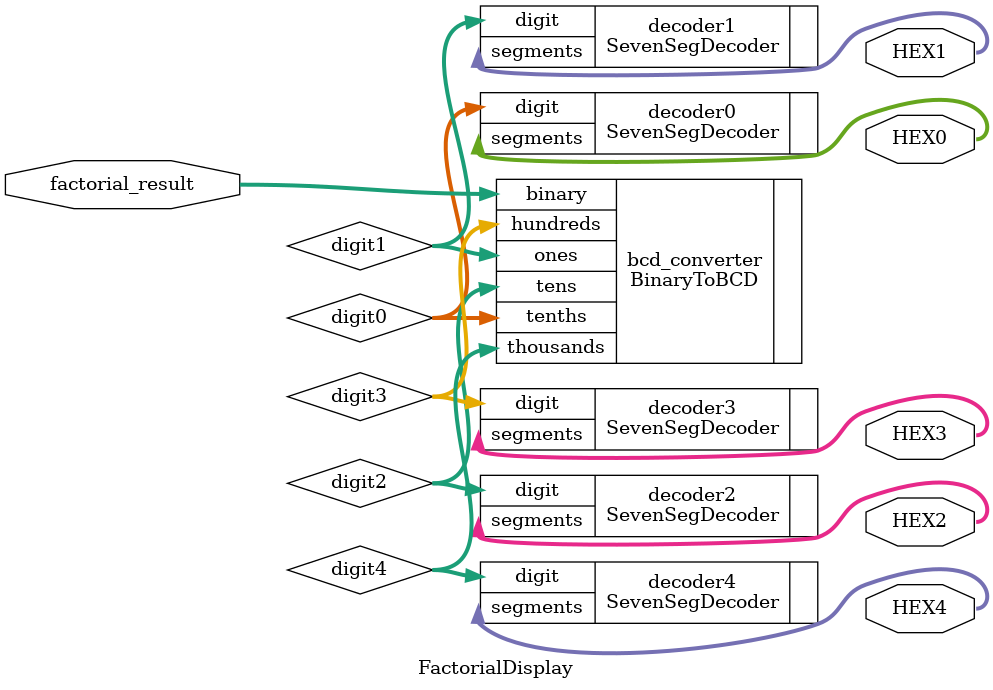
<source format=v>
module FactorialDisplay (
    input [15:0] factorial_result,  // Kết quả tính giai thừa (dạng thập phân 16 bit)
    output [6:0] HEX0,              // LED 7 đoạn cho hàng đơn vị
    output [6:0] HEX1,              // LED 7 đoạn cho hàng chục
    output [6:0] HEX2,              // LED 7 đoạn cho hàng trăm
    output [6:0] HEX3,              // LED 7 đoạn cho hàng nghìn
    output [6:0] HEX4               // LED 7 đoạn cho hàng chục nghìn
);

    wire [3:0] digit0, digit1, digit2, digit3, digit4;

    // Chuyển đổi số factorial_result thành từng chữ số BCD
    BinaryToBCD bcd_converter (
        .binary(factorial_result),
        .thousands(digit4),
        .hundreds(digit3),
        .tens(digit2),
        .ones(digit1),
        .tenths(digit0)
    );

    // Kết nối các chữ số BCD tới các LED 7 đoạn
    SevenSegDecoder decoder0 (.digit(digit0), .segments(HEX0));
    SevenSegDecoder decoder1 (.digit(digit1), .segments(HEX1));
    SevenSegDecoder decoder2 (.digit(digit2), .segments(HEX2));
    SevenSegDecoder decoder3 (.digit(digit3), .segments(HEX3));
    SevenSegDecoder decoder4 (.digit(digit4), .segments(HEX4));

endmodule

</source>
